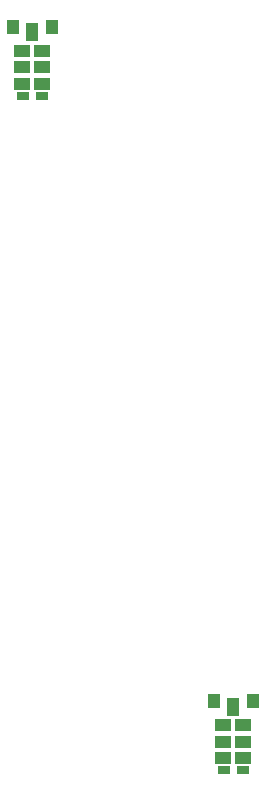
<source format=gbr>
%TF.GenerationSoftware,KiCad,Pcbnew,8.0.8*%
%TF.CreationDate,2025-10-15T12:51:47+03:00*%
%TF.ProjectId,isuzu investment 2,6973757a-7520-4696-9e76-6573746d656e,rev?*%
%TF.SameCoordinates,Original*%
%TF.FileFunction,Paste,Top*%
%TF.FilePolarity,Positive*%
%FSLAX46Y46*%
G04 Gerber Fmt 4.6, Leading zero omitted, Abs format (unit mm)*
G04 Created by KiCad (PCBNEW 8.0.8) date 2025-10-15 12:51:47*
%MOMM*%
%LPD*%
G01*
G04 APERTURE LIST*
%ADD10R,1.400000X1.070000*%
%ADD11R,1.100000X1.300000*%
%ADD12R,1.000000X0.650000*%
%ADD13R,1.000000X1.500000*%
G04 APERTURE END LIST*
D10*
%TO.C,M2*%
X220800000Y-85000000D03*
X220800000Y-86410000D03*
X220800000Y-87820000D03*
X222500000Y-85000000D03*
X222500000Y-86410000D03*
X222500000Y-87820000D03*
D11*
X220000000Y-82965000D03*
X223300000Y-82965000D03*
D12*
X220850000Y-88840000D03*
D13*
X221650000Y-83465000D03*
D12*
X222450000Y-88840000D03*
%TD*%
D10*
%TO.C,M1*%
X237800000Y-142090000D03*
X237800000Y-143500000D03*
X237800000Y-144910000D03*
X239500000Y-142090000D03*
X239500000Y-143500000D03*
X239500000Y-144910000D03*
D11*
X237000000Y-140055000D03*
X240300000Y-140055000D03*
D12*
X237850000Y-145930000D03*
D13*
X238650000Y-140555000D03*
D12*
X239450000Y-145930000D03*
%TD*%
M02*

</source>
